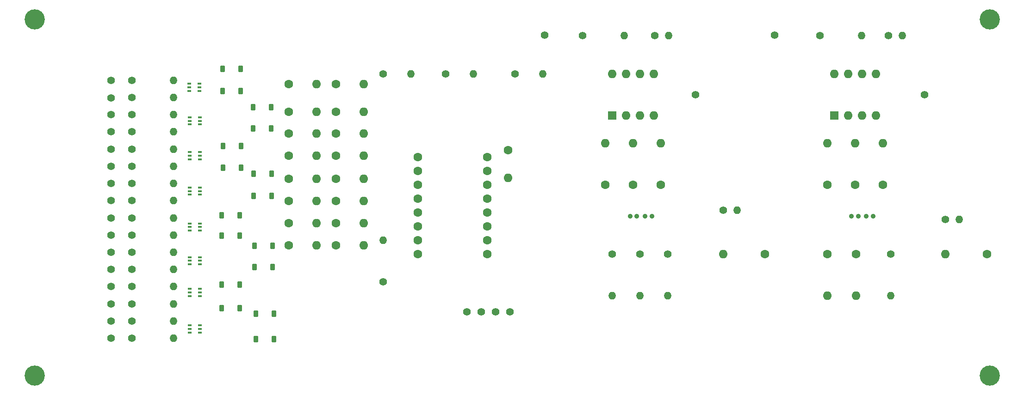
<source format=gbr>
%TF.GenerationSoftware,KiCad,Pcbnew,7.0.6*%
%TF.CreationDate,2023-08-10T10:09:16-04:00*%
%TF.ProjectId,Final_PCB,46696e61-6c5f-4504-9342-2e6b69636164,rev?*%
%TF.SameCoordinates,Original*%
%TF.FileFunction,Soldermask,Top*%
%TF.FilePolarity,Negative*%
%FSLAX46Y46*%
G04 Gerber Fmt 4.6, Leading zero omitted, Abs format (unit mm)*
G04 Created by KiCad (PCBNEW 7.0.6) date 2023-08-10 10:09:16*
%MOMM*%
%LPD*%
G01*
G04 APERTURE LIST*
G04 Aperture macros list*
%AMRoundRect*
0 Rectangle with rounded corners*
0 $1 Rounding radius*
0 $2 $3 $4 $5 $6 $7 $8 $9 X,Y pos of 4 corners*
0 Add a 4 corners polygon primitive as box body*
4,1,4,$2,$3,$4,$5,$6,$7,$8,$9,$2,$3,0*
0 Add four circle primitives for the rounded corners*
1,1,$1+$1,$2,$3*
1,1,$1+$1,$4,$5*
1,1,$1+$1,$6,$7*
1,1,$1+$1,$8,$9*
0 Add four rect primitives between the rounded corners*
20,1,$1+$1,$2,$3,$4,$5,0*
20,1,$1+$1,$4,$5,$6,$7,0*
20,1,$1+$1,$6,$7,$8,$9,0*
20,1,$1+$1,$8,$9,$2,$3,0*%
G04 Aperture macros list end*
%ADD10C,1.400000*%
%ADD11O,1.400000X1.400000*%
%ADD12C,1.600000*%
%ADD13O,1.600000X1.600000*%
%ADD14C,0.900000*%
%ADD15RoundRect,0.225000X0.225000X0.375000X-0.225000X0.375000X-0.225000X-0.375000X0.225000X-0.375000X0*%
%ADD16R,1.600000X1.600000*%
%ADD17C,3.700000*%
%ADD18R,0.660000X0.300000*%
G04 APERTURE END LIST*
D10*
%TO.C,LEDSPT2*%
X237744000Y-73939400D03*
D11*
X240284000Y-73939400D03*
%TD*%
D12*
%TO.C,SOLENOID6*%
X128037800Y-104278400D03*
D13*
X133117800Y-104278400D03*
%TD*%
D10*
%TO.C,ARD2_PIN37*%
X95554800Y-104238400D03*
%TD*%
%TO.C,R23*%
X99339400Y-126288400D03*
D11*
X106959400Y-126288400D03*
%TD*%
D14*
%TO.C,IFD97_1*%
X190481200Y-107111800D03*
X191731200Y-107111800D03*
X193231200Y-107111800D03*
X194481200Y-107111800D03*
%TD*%
D10*
%TO.C,ARD2_PIN33*%
X95554800Y-91592400D03*
%TD*%
D15*
%TO.C,D4*%
X124789200Y-91008200D03*
X121489200Y-91008200D03*
%TD*%
D12*
%TO.C,SOLENOID1*%
X128037800Y-82880200D03*
D13*
X133117800Y-82880200D03*
%TD*%
D10*
%TO.C,IFE91D_1*%
X207491600Y-106000000D03*
D11*
X210031600Y-106000000D03*
%TD*%
D10*
%TO.C,R24*%
X99339400Y-129438400D03*
D11*
X106959400Y-129438400D03*
%TD*%
D12*
%TO.C,SOLENOID16*%
X136699200Y-112378400D03*
D13*
X141779200Y-112378400D03*
%TD*%
D16*
%TO.C,OP07C_1*%
X187171600Y-88585200D03*
D13*
X189711600Y-88585200D03*
X192251600Y-88585200D03*
X194791600Y-88585200D03*
X194791600Y-80965200D03*
X192251600Y-80965200D03*
X189711600Y-80965200D03*
X187171600Y-80965200D03*
%TD*%
D12*
%TO.C,SOLENOID5*%
X128037800Y-100228400D03*
D13*
X133117800Y-100228400D03*
%TD*%
D10*
%TO.C,R11*%
X99339400Y-88488400D03*
D11*
X106959400Y-88488400D03*
%TD*%
D10*
%TO.C,ARD1_PIND10*%
X174853600Y-73888600D03*
%TD*%
%TO.C,ARD2_PIN36*%
X95554800Y-101088400D03*
%TD*%
%TO.C,R15*%
X99339400Y-101088400D03*
D11*
X106959400Y-101088400D03*
%TD*%
D10*
%TO.C,R21*%
X99339400Y-119988400D03*
D11*
X106959400Y-119988400D03*
%TD*%
D17*
%TO.C,MOUNT*%
X81508600Y-136271000D03*
%TD*%
D15*
%TO.C,D14*%
X119074200Y-123901200D03*
X115774200Y-123901200D03*
%TD*%
D10*
%TO.C,R25*%
X181813200Y-73939400D03*
D11*
X189433200Y-73939400D03*
%TD*%
D15*
%TO.C,D6*%
X119328200Y-98171000D03*
X116028200Y-98171000D03*
%TD*%
%TO.C,D3*%
X124789200Y-87096600D03*
X121489200Y-87096600D03*
%TD*%
D12*
%TO.C,R6*%
X231621600Y-101295200D03*
D13*
X231621600Y-93675200D03*
%TD*%
D12*
%TO.C,SOLENOID9*%
X136699200Y-82880200D03*
D13*
X141779200Y-82880200D03*
%TD*%
D10*
%TO.C,R20*%
X99339400Y-116838400D03*
D11*
X106959400Y-116838400D03*
%TD*%
D18*
%TO.C,Q7*%
X109920000Y-120406400D03*
X109920000Y-121056400D03*
X109920000Y-121706400D03*
X111760000Y-121706400D03*
X111760000Y-121056400D03*
X111760000Y-120406400D03*
%TD*%
%TO.C,Q3*%
X109920000Y-95336600D03*
X109920000Y-95986600D03*
X109920000Y-96636600D03*
X111760000Y-96636600D03*
X111760000Y-95986600D03*
X111760000Y-95336600D03*
%TD*%
D12*
%TO.C,SOLENOID13*%
X136699200Y-100228400D03*
D13*
X141779200Y-100228400D03*
%TD*%
D10*
%TO.C,MOTOR_GNWT1*%
X163281000Y-124637800D03*
%TD*%
%TO.C,C2*%
X192251600Y-113995200D03*
D11*
X192251600Y-121615200D03*
%TD*%
D12*
%TO.C,MOTOR_DRIVER1*%
X151631600Y-96205200D03*
X151631600Y-98745200D03*
X151631600Y-101285200D03*
X151631600Y-103825200D03*
X151631600Y-106365200D03*
X151631600Y-108905200D03*
X151631600Y-111445200D03*
X151631600Y-113985200D03*
X164331600Y-113985200D03*
X164331600Y-111445200D03*
X164331600Y-108905200D03*
X164331600Y-106365200D03*
X164331600Y-103825200D03*
X164331600Y-101285200D03*
X164331600Y-98745200D03*
X164331600Y-96205200D03*
%TD*%
%TO.C,R8*%
X255751600Y-113995200D03*
D13*
X248131600Y-113995200D03*
%TD*%
D10*
%TO.C,R18*%
X99339400Y-110538400D03*
D11*
X106959400Y-110538400D03*
%TD*%
D10*
%TO.C,ARD2_PIN38*%
X95554800Y-107388400D03*
%TD*%
%TO.C,ARD2_PIN34*%
X95554800Y-94788400D03*
%TD*%
%TO.C,R13*%
X99339400Y-94788400D03*
D11*
X106959400Y-94788400D03*
%TD*%
D10*
%TO.C,ARD2_PIN42*%
X95554800Y-119988400D03*
%TD*%
%TO.C,ARD2_PIN43*%
X95554800Y-123138400D03*
%TD*%
%TO.C,ARD2_PIN30*%
X95554800Y-82188400D03*
%TD*%
%TO.C,ARD1OUT2*%
X244321600Y-84785200D03*
%TD*%
%TO.C,R10*%
X99339400Y-85338400D03*
D11*
X106959400Y-85338400D03*
%TD*%
D12*
%TO.C,SOLENOID10*%
X136699200Y-87909400D03*
D13*
X141779200Y-87909400D03*
%TD*%
D15*
%TO.C,D7*%
X124890800Y-99314000D03*
X121590800Y-99314000D03*
%TD*%
%TO.C,D12*%
X125043200Y-116382800D03*
X121743200Y-116382800D03*
%TD*%
%TO.C,D5*%
X119328200Y-94183200D03*
X116028200Y-94183200D03*
%TD*%
D17*
%TO.C,REF\u002A\u002A*%
X81508600Y-71043800D03*
%TD*%
D10*
%TO.C,ARD2_SOURCE1*%
X156741600Y-80975200D03*
D11*
X161821600Y-80975200D03*
%TD*%
D18*
%TO.C,Q2*%
X109920000Y-88961200D03*
X109920000Y-89611200D03*
X109920000Y-90261200D03*
X111760000Y-90261200D03*
X111760000Y-89611200D03*
X111760000Y-88961200D03*
%TD*%
D15*
%TO.C,D10*%
X119074200Y-110667800D03*
X115774200Y-110667800D03*
%TD*%
D10*
%TO.C,ARD2_PIN45*%
X95554800Y-129438400D03*
%TD*%
%TO.C,R9*%
X99339400Y-82188400D03*
D11*
X106959400Y-82188400D03*
%TD*%
D10*
%TO.C,ARD2_PIN41*%
X95554800Y-116838400D03*
%TD*%
D12*
%TO.C,R3*%
X196061600Y-101295200D03*
D13*
X196061600Y-93675200D03*
%TD*%
D12*
%TO.C,SOLENOID11*%
X136699200Y-91959400D03*
D13*
X141779200Y-91959400D03*
%TD*%
D15*
%TO.C,D2*%
X119252000Y-84124800D03*
X115952000Y-84124800D03*
%TD*%
%TO.C,D8*%
X124890800Y-103378000D03*
X121590800Y-103378000D03*
%TD*%
D12*
%TO.C,R4*%
X215111600Y-113995200D03*
D13*
X207491600Y-113995200D03*
%TD*%
D12*
%TO.C,R1*%
X185901600Y-101295200D03*
D13*
X185901600Y-93675200D03*
%TD*%
D10*
%TO.C,R17*%
X99339400Y-107388400D03*
D11*
X106959400Y-107388400D03*
%TD*%
D10*
%TO.C,C4*%
X238156600Y-113995200D03*
D11*
X238156600Y-121615200D03*
%TD*%
D15*
%TO.C,D15*%
X125322600Y-124942600D03*
X122022600Y-124942600D03*
%TD*%
D18*
%TO.C,Q5*%
X109920000Y-108417600D03*
X109920000Y-109067600D03*
X109920000Y-109717600D03*
X111760000Y-109717600D03*
X111760000Y-109067600D03*
X111760000Y-108417600D03*
%TD*%
D10*
%TO.C,MOTOR_PK1*%
X165905000Y-124637800D03*
%TD*%
D12*
%TO.C,C6*%
X226541600Y-113995200D03*
D13*
X226541600Y-121615200D03*
%TD*%
D10*
%TO.C,LEDSPT1*%
X194970400Y-73939400D03*
D11*
X197510400Y-73939400D03*
%TD*%
D10*
%TO.C,ARD2_PIN32*%
X95554800Y-88488400D03*
%TD*%
D15*
%TO.C,D13*%
X119074200Y-119634000D03*
X115774200Y-119634000D03*
%TD*%
D12*
%TO.C,R5*%
X226591600Y-101295200D03*
D13*
X226591600Y-93675200D03*
%TD*%
D16*
%TO.C,OP07C_2*%
X227821600Y-88585200D03*
D13*
X230361600Y-88585200D03*
X232901600Y-88585200D03*
X235441600Y-88585200D03*
X235441600Y-80965200D03*
X232901600Y-80965200D03*
X230361600Y-80965200D03*
X227821600Y-80965200D03*
%TD*%
D12*
%TO.C,SOLENOID15*%
X136699200Y-108328400D03*
D13*
X141779200Y-108328400D03*
%TD*%
D10*
%TO.C,R12*%
X99339400Y-91592400D03*
D11*
X106959400Y-91592400D03*
%TD*%
D10*
%TO.C,ARD2_PIN44*%
X95554800Y-126288400D03*
%TD*%
%TO.C,MOTO_PKWT1*%
X168529000Y-124637800D03*
%TD*%
D12*
%TO.C,SOLENOID3*%
X128037800Y-91959400D03*
D13*
X133117800Y-91959400D03*
%TD*%
D10*
%TO.C,R16*%
X99339400Y-104238400D03*
D11*
X106959400Y-104238400D03*
%TD*%
D12*
%TO.C,SOLENOID12*%
X136699200Y-96009400D03*
D13*
X141779200Y-96009400D03*
%TD*%
D12*
%TO.C,SOLENOID7*%
X128037800Y-108328400D03*
D13*
X133117800Y-108328400D03*
%TD*%
D10*
%TO.C,R19*%
X99339400Y-113688400D03*
D11*
X106959400Y-113688400D03*
%TD*%
D18*
%TO.C,Q4*%
X109920000Y-101839000D03*
X109920000Y-102489000D03*
X109920000Y-103139000D03*
X111760000Y-103139000D03*
X111760000Y-102489000D03*
X111760000Y-101839000D03*
%TD*%
D12*
%TO.C,C5*%
X231806600Y-113995200D03*
D13*
X231806600Y-121615200D03*
%TD*%
D10*
%TO.C,ARD2_PIN35*%
X95554800Y-97938400D03*
%TD*%
D14*
%TO.C,IFD97_2*%
X230968800Y-107111800D03*
X232218800Y-107111800D03*
X233718800Y-107111800D03*
X234968800Y-107111800D03*
%TD*%
D10*
%TO.C,R22*%
X99339400Y-123138400D03*
D11*
X106959400Y-123138400D03*
%TD*%
D10*
%TO.C,IFE91D_2*%
X248131600Y-107645200D03*
D11*
X250671600Y-107645200D03*
%TD*%
D10*
%TO.C,ARD2_PIN31*%
X95554800Y-85369400D03*
%TD*%
D15*
%TO.C,D9*%
X119074200Y-106908600D03*
X115774200Y-106908600D03*
%TD*%
D10*
%TO.C,12V_SOURCE1*%
X145311600Y-80975200D03*
D11*
X150391600Y-80975200D03*
%TD*%
D12*
%TO.C,R2*%
X190981600Y-101295200D03*
D13*
X190981600Y-93675200D03*
%TD*%
D12*
%TO.C,SOLENOID4*%
X128037800Y-96009400D03*
D13*
X133117800Y-96009400D03*
%TD*%
D10*
%TO.C,ARD1OUT1*%
X202411600Y-84785200D03*
%TD*%
D17*
%TO.C,REF\u002A\u002A*%
X256260600Y-71043800D03*
%TD*%
D10*
%TO.C,R26*%
X225196400Y-73939400D03*
D11*
X232816400Y-73939400D03*
%TD*%
D18*
%TO.C,Q1*%
X109824000Y-82814400D03*
X109824000Y-83464400D03*
X109824000Y-84114400D03*
X111664000Y-84114400D03*
X111664000Y-83464400D03*
X111664000Y-82814400D03*
%TD*%
%TO.C,Q6*%
X109920000Y-114589800D03*
X109920000Y-115239800D03*
X109920000Y-115889800D03*
X111760000Y-115889800D03*
X111760000Y-115239800D03*
X111760000Y-114589800D03*
%TD*%
D15*
%TO.C,D16*%
X125322600Y-129641600D03*
X122022600Y-129641600D03*
%TD*%
D12*
%TO.C,R7*%
X236701600Y-101295200D03*
D13*
X236701600Y-93675200D03*
%TD*%
D17*
%TO.C,REF\u002A\u002A*%
X256260600Y-136271000D03*
%TD*%
D15*
%TO.C,D11*%
X125043200Y-112471200D03*
X121743200Y-112471200D03*
%TD*%
D10*
%TO.C,R14*%
X99339400Y-97938400D03*
D11*
X106959400Y-97938400D03*
%TD*%
D10*
%TO.C,C3*%
X187171600Y-113995200D03*
D11*
X187171600Y-121615200D03*
%TD*%
D12*
%TO.C,SOLENOID8*%
X128037800Y-112378400D03*
D13*
X133117800Y-112378400D03*
%TD*%
D12*
%TO.C,MOTOR_CONTROL_PINS1*%
X168121600Y-94945200D03*
D13*
X168121600Y-100025200D03*
%TD*%
D10*
%TO.C,ARD2_PIN39*%
X95554800Y-110538400D03*
%TD*%
D12*
%TO.C,SOLENOID2*%
X128037800Y-87909400D03*
D13*
X133117800Y-87909400D03*
%TD*%
D10*
%TO.C,C7*%
X145261600Y-119075200D03*
D11*
X145261600Y-111455200D03*
%TD*%
D10*
%TO.C,ARD1_PIND11*%
X216966800Y-73888600D03*
%TD*%
D18*
%TO.C,Q8*%
X109920000Y-127086600D03*
X109920000Y-127736600D03*
X109920000Y-128386600D03*
X111760000Y-128386600D03*
X111760000Y-127736600D03*
X111760000Y-127086600D03*
%TD*%
D15*
%TO.C,D1*%
X119252000Y-80086200D03*
X115952000Y-80086200D03*
%TD*%
D10*
%TO.C,ARD1_SOURCE1*%
X169441600Y-80975200D03*
D11*
X174521600Y-80975200D03*
%TD*%
D10*
%TO.C,MOTOR_GN1*%
X160657000Y-124637800D03*
%TD*%
%TO.C,ARD2_PIN40*%
X95554800Y-113688400D03*
%TD*%
%TO.C,C1*%
X197331600Y-113995200D03*
D11*
X197331600Y-121615200D03*
%TD*%
D12*
%TO.C,SOLENOID14*%
X136699200Y-104278400D03*
D13*
X141779200Y-104278400D03*
%TD*%
M02*

</source>
